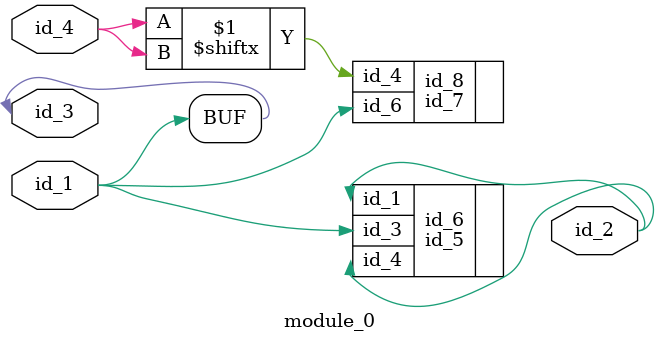
<source format=v>
module module_0 (
    id_1,
    id_2,
    id_3,
    id_4
);
  input id_4;
  input id_3;
  output id_2;
  input id_1;
  assign id_3 = id_1;
  id_5 id_6 (
      .id_4(id_3),
      .id_1(id_4),
      .id_3(id_3),
      .id_1(id_2),
      .id_4(id_4),
      .id_3(id_4),
      .id_4(id_2),
      .id_3(id_1)
  );
  id_7 id_8 (
      .id_4(id_4[id_4]),
      .id_6(id_6),
      .id_6(id_1)
  );
endmodule

</source>
